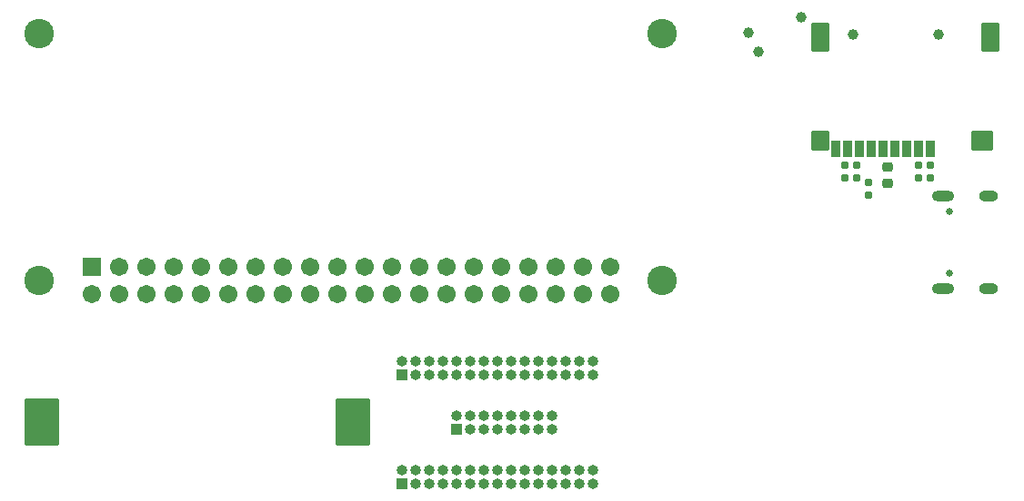
<source format=gbr>
%TF.GenerationSoftware,KiCad,Pcbnew,8.0.3*%
%TF.CreationDate,2024-07-04T12:22:57-04:00*%
%TF.ProjectId,vfd-tool,7666642d-746f-46f6-9c2e-6b696361645f,rev?*%
%TF.SameCoordinates,Original*%
%TF.FileFunction,Soldermask,Bot*%
%TF.FilePolarity,Negative*%
%FSLAX46Y46*%
G04 Gerber Fmt 4.6, Leading zero omitted, Abs format (unit mm)*
G04 Created by KiCad (PCBNEW 8.0.3) date 2024-07-04 12:22:57*
%MOMM*%
%LPD*%
G01*
G04 APERTURE LIST*
G04 Aperture macros list*
%AMRoundRect*
0 Rectangle with rounded corners*
0 $1 Rounding radius*
0 $2 $3 $4 $5 $6 $7 $8 $9 X,Y pos of 4 corners*
0 Add a 4 corners polygon primitive as box body*
4,1,4,$2,$3,$4,$5,$6,$7,$8,$9,$2,$3,0*
0 Add four circle primitives for the rounded corners*
1,1,$1+$1,$2,$3*
1,1,$1+$1,$4,$5*
1,1,$1+$1,$6,$7*
1,1,$1+$1,$8,$9*
0 Add four rect primitives between the rounded corners*
20,1,$1+$1,$2,$3,$4,$5,0*
20,1,$1+$1,$4,$5,$6,$7,0*
20,1,$1+$1,$6,$7,$8,$9,0*
20,1,$1+$1,$8,$9,$2,$3,0*%
G04 Aperture macros list end*
%ADD10R,1.000000X1.000000*%
%ADD11O,1.000000X1.000000*%
%ADD12C,0.990600*%
%ADD13C,0.650000*%
%ADD14O,2.100000X1.000000*%
%ADD15O,1.800000X1.000000*%
%ADD16RoundRect,0.225000X-0.250000X0.225000X-0.250000X-0.225000X0.250000X-0.225000X0.250000X0.225000X0*%
%ADD17C,0.999997*%
%ADD18RoundRect,0.102000X-0.350000X0.650000X-0.350000X-0.650000X0.350000X-0.650000X0.350000X0.650000X0*%
%ADD19RoundRect,0.102000X-0.723900X0.825500X-0.723900X-0.825500X0.723900X-0.825500X0.723900X0.825500X0*%
%ADD20RoundRect,0.102000X-0.723900X1.219200X-0.723900X-1.219200X0.723900X-1.219200X0.723900X1.219200X0*%
%ADD21RoundRect,0.102000X-0.927100X0.825500X-0.927100X-0.825500X0.927100X-0.825500X0.927100X0.825500X0*%
%ADD22RoundRect,0.160000X0.160000X-0.197500X0.160000X0.197500X-0.160000X0.197500X-0.160000X-0.197500X0*%
%ADD23C,2.750000*%
%ADD24RoundRect,0.102000X-0.754000X-0.754000X0.754000X-0.754000X0.754000X0.754000X-0.754000X0.754000X0*%
%ADD25C,1.712000*%
%ADD26RoundRect,0.102000X-1.500000X-2.100000X1.500000X-2.100000X1.500000X2.100000X-1.500000X2.100000X0*%
G04 APERTURE END LIST*
D10*
%TO.C,J7*%
X179273200Y-109220000D03*
D11*
X179273200Y-107950000D03*
X180543200Y-109220000D03*
X180543200Y-107950000D03*
X181813200Y-109220000D03*
X181813200Y-107950000D03*
X183083200Y-109220000D03*
X183083200Y-107950000D03*
X184353200Y-109220000D03*
X184353200Y-107950000D03*
X185623200Y-109220000D03*
X185623200Y-107950000D03*
X186893200Y-109220000D03*
X186893200Y-107950000D03*
X188163200Y-109220000D03*
X188163200Y-107950000D03*
X189433200Y-109220000D03*
X189433200Y-107950000D03*
X190703200Y-109220000D03*
X190703200Y-107950000D03*
X191973200Y-109220000D03*
X191973200Y-107950000D03*
X193243200Y-109220000D03*
X193243200Y-107950000D03*
X194513200Y-109220000D03*
X194513200Y-107950000D03*
X195783200Y-109220000D03*
X195783200Y-107950000D03*
X197053200Y-109220000D03*
X197053200Y-107950000D03*
%TD*%
D12*
%TO.C,J1*%
X211492266Y-77317090D03*
X212430539Y-79119497D03*
X216467418Y-75872610D03*
%TD*%
D10*
%TO.C,J8*%
X184353200Y-114300000D03*
D11*
X184353200Y-113030000D03*
X185623200Y-114300000D03*
X185623200Y-113030000D03*
X186893200Y-114300000D03*
X186893200Y-113030000D03*
X188163200Y-114300000D03*
X188163200Y-113030000D03*
X189433200Y-114300000D03*
X189433200Y-113030000D03*
X190703200Y-114300000D03*
X190703200Y-113030000D03*
X191973200Y-114300000D03*
X191973200Y-113030000D03*
X193243200Y-114300000D03*
X193243200Y-113030000D03*
%TD*%
D10*
%TO.C,J6*%
X179273200Y-119380000D03*
D11*
X179273200Y-118110000D03*
X180543200Y-119380000D03*
X180543200Y-118110000D03*
X181813200Y-119380000D03*
X181813200Y-118110000D03*
X183083200Y-119380000D03*
X183083200Y-118110000D03*
X184353200Y-119380000D03*
X184353200Y-118110000D03*
X185623200Y-119380000D03*
X185623200Y-118110000D03*
X186893200Y-119380000D03*
X186893200Y-118110000D03*
X188163200Y-119380000D03*
X188163200Y-118110000D03*
X189433200Y-119380000D03*
X189433200Y-118110000D03*
X190703200Y-119380000D03*
X190703200Y-118110000D03*
X191973200Y-119380000D03*
X191973200Y-118110000D03*
X193243200Y-119380000D03*
X193243200Y-118110000D03*
X194513200Y-119380000D03*
X194513200Y-118110000D03*
X195783200Y-119380000D03*
X195783200Y-118110000D03*
X197053200Y-119380000D03*
X197053200Y-118110000D03*
%TD*%
D13*
%TO.C,J2*%
X230210400Y-99754500D03*
X230210400Y-93974500D03*
D14*
X229690400Y-101184500D03*
D15*
X233890400Y-101184500D03*
D14*
X229690400Y-92544500D03*
D15*
X233890400Y-92544500D03*
%TD*%
D16*
%TO.C,C30*%
X224485200Y-89852200D03*
X224485200Y-91402200D03*
%TD*%
D17*
%TO.C,J3*%
X221234000Y-77470000D03*
X229209600Y-77470000D03*
D18*
X228467600Y-88174400D03*
X227367600Y-88174400D03*
X226267600Y-88174400D03*
X225167600Y-88174400D03*
X224067600Y-88174400D03*
X222967600Y-88174400D03*
X221867600Y-88174400D03*
X220767600Y-88174400D03*
X219667600Y-88174400D03*
D19*
X218249200Y-87400600D03*
D20*
X218249200Y-77700600D03*
X234074000Y-77700600D03*
D21*
X233299000Y-87400600D03*
%TD*%
D22*
%TO.C,R28*%
X227355400Y-90881200D03*
X227355400Y-89686200D03*
%TD*%
D23*
%TO.C,J5*%
X145498000Y-77421400D03*
X145498000Y-100421400D03*
X203498000Y-77421400D03*
X203498000Y-100421400D03*
D24*
X150368000Y-99151400D03*
D25*
X150368000Y-101691400D03*
X152908000Y-99151400D03*
X152908000Y-101691400D03*
X155448000Y-99151400D03*
X155448000Y-101691400D03*
X157988000Y-99151400D03*
X157988000Y-101691400D03*
X160528000Y-99151400D03*
X160528000Y-101691400D03*
X163068000Y-99151400D03*
X163068000Y-101691400D03*
X165608000Y-99151400D03*
X165608000Y-101691400D03*
X168148000Y-99151400D03*
X168148000Y-101691400D03*
X170688000Y-99151400D03*
X170688000Y-101691400D03*
X173228000Y-99151400D03*
X173228000Y-101691400D03*
X175768000Y-99151400D03*
X175768000Y-101691400D03*
X178308000Y-99151400D03*
X178308000Y-101691400D03*
X180848000Y-99151400D03*
X180848000Y-101691400D03*
X183388000Y-99151400D03*
X183388000Y-101691400D03*
X185928000Y-99151400D03*
X185928000Y-101691400D03*
X188468000Y-99151400D03*
X188468000Y-101691400D03*
X191008000Y-99151400D03*
X191008000Y-101691400D03*
X193548000Y-99151400D03*
X193548000Y-101691400D03*
X196088000Y-99151400D03*
X196088000Y-101691400D03*
X198628000Y-99151400D03*
X198628000Y-101691400D03*
%TD*%
D22*
%TO.C,R30*%
X222707200Y-92443900D03*
X222707200Y-91248900D03*
%TD*%
%TO.C,R26*%
X228447600Y-90881200D03*
X228447600Y-89686200D03*
%TD*%
%TO.C,R33*%
X220548200Y-90881200D03*
X220548200Y-89686200D03*
%TD*%
%TO.C,R31*%
X221615000Y-90882400D03*
X221615000Y-89687400D03*
%TD*%
D26*
%TO.C,BT1*%
X174745200Y-113639600D03*
X145745200Y-113639600D03*
%TD*%
M02*

</source>
